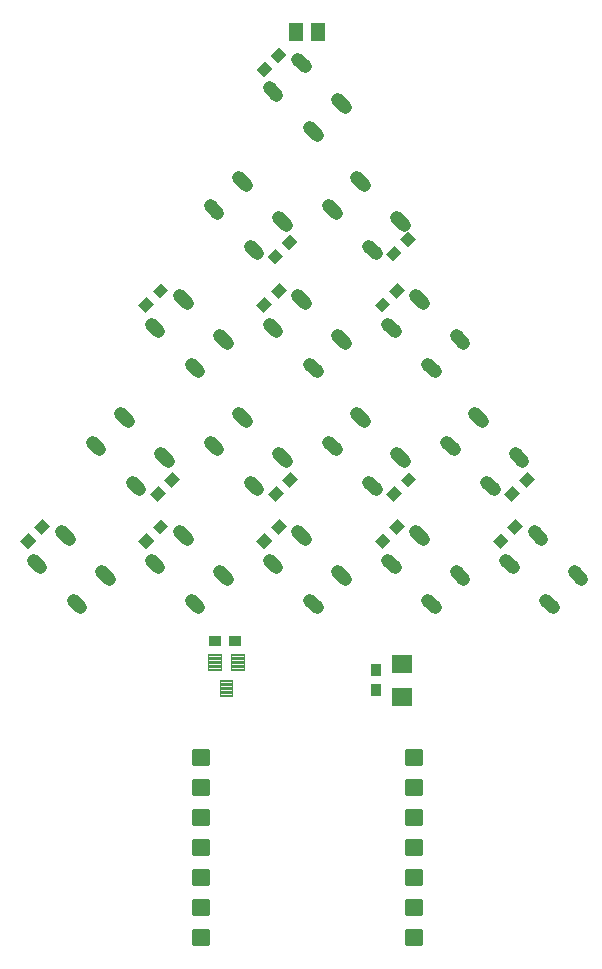
<source format=gtp>
G04 EAGLE Gerber RS-274X export*
G75*
%MOMM*%
%FSLAX34Y34*%
%LPD*%
%INSolderpaste Top*%
%IPPOS*%
%AMOC8*
5,1,8,0,0,1.08239X$1,22.5*%
G01*
%ADD10R,1.300000X1.500000*%
%ADD11C,1.100000*%
%ADD12R,1.000000X0.900000*%
%ADD13R,0.900000X1.000000*%
%ADD14C,0.457200*%
%ADD15C,0.120000*%
%ADD16R,1.800000X1.600000*%


D10*
X309500Y795000D03*
X290500Y795000D03*
D11*
X151769Y414190D02*
X158131Y407828D01*
X182172Y431869D02*
X175810Y438231D01*
X148231Y465810D02*
X141869Y472172D01*
X117828Y448131D02*
X124190Y441769D01*
X198231Y565810D02*
X191869Y572172D01*
X167828Y548131D02*
X174190Y541769D01*
X201769Y514190D02*
X208131Y507828D01*
X232172Y531869D02*
X225810Y538231D01*
X291869Y572172D02*
X298231Y565810D01*
X274190Y541769D02*
X267828Y548131D01*
X301769Y514190D02*
X308131Y507828D01*
X332172Y531869D02*
X325810Y538231D01*
X391869Y572172D02*
X398231Y565810D01*
X374190Y541769D02*
X367828Y548131D01*
X401769Y514190D02*
X408131Y507828D01*
X432172Y531869D02*
X425810Y538231D01*
X358131Y607828D02*
X351769Y614190D01*
X375810Y638231D02*
X382172Y631869D01*
X348231Y665810D02*
X341869Y672172D01*
X317828Y648131D02*
X324190Y641769D01*
X258131Y607828D02*
X251769Y614190D01*
X275810Y638231D02*
X282172Y631869D01*
X248231Y665810D02*
X241869Y672172D01*
X217828Y648131D02*
X224190Y641769D01*
X298231Y765810D02*
X291869Y772172D01*
X267828Y748131D02*
X274190Y741769D01*
X301769Y714190D02*
X308131Y707828D01*
X332172Y731869D02*
X325810Y738231D01*
X91869Y372172D02*
X98231Y365810D01*
X74190Y341769D02*
X67828Y348131D01*
X101769Y314190D02*
X108131Y307828D01*
X132172Y331869D02*
X125810Y338231D01*
X191869Y372172D02*
X198231Y365810D01*
X174190Y341769D02*
X167828Y348131D01*
X201769Y314190D02*
X208131Y307828D01*
X232172Y331869D02*
X225810Y338231D01*
X291869Y372172D02*
X298231Y365810D01*
X274190Y341769D02*
X267828Y348131D01*
X301769Y314190D02*
X308131Y307828D01*
X332172Y331869D02*
X325810Y338231D01*
X391869Y372172D02*
X398231Y365810D01*
X374190Y341769D02*
X367828Y348131D01*
X401769Y314190D02*
X408131Y307828D01*
X432172Y331869D02*
X425810Y338231D01*
X491869Y372172D02*
X498231Y365810D01*
X474190Y341769D02*
X467828Y348131D01*
X501769Y314190D02*
X508131Y307828D01*
X532172Y331869D02*
X525810Y338231D01*
X458131Y407828D02*
X451769Y414190D01*
X475810Y438231D02*
X482172Y431869D01*
X448231Y465810D02*
X441869Y472172D01*
X417828Y448131D02*
X424190Y441769D01*
X358131Y407828D02*
X351769Y414190D01*
X375810Y438231D02*
X382172Y431869D01*
X348231Y465810D02*
X341869Y472172D01*
X317828Y448131D02*
X324190Y441769D01*
X258131Y407828D02*
X251769Y414190D01*
X275810Y438231D02*
X282172Y431869D01*
X248231Y465810D02*
X241869Y472172D01*
X217828Y448131D02*
X224190Y441769D01*
D12*
X222400Y279520D03*
X239400Y279520D03*
G36*
X279293Y415657D02*
X286363Y422727D01*
X292727Y416363D01*
X285657Y409293D01*
X279293Y415657D01*
G37*
G36*
X267273Y403637D02*
X274343Y410707D01*
X280707Y404343D01*
X273637Y397273D01*
X267273Y403637D01*
G37*
G36*
X179293Y415657D02*
X186363Y422727D01*
X192727Y416363D01*
X185657Y409293D01*
X179293Y415657D01*
G37*
G36*
X167273Y403637D02*
X174343Y410707D01*
X180707Y404343D01*
X173637Y397273D01*
X167273Y403637D01*
G37*
G36*
X170707Y564343D02*
X163637Y557273D01*
X157273Y563637D01*
X164343Y570707D01*
X170707Y564343D01*
G37*
G36*
X182727Y576363D02*
X175657Y569293D01*
X169293Y575657D01*
X176363Y582727D01*
X182727Y576363D01*
G37*
G36*
X270707Y564343D02*
X263637Y557273D01*
X257273Y563637D01*
X264343Y570707D01*
X270707Y564343D01*
G37*
G36*
X282727Y576363D02*
X275657Y569293D01*
X269293Y575657D01*
X276363Y582727D01*
X282727Y576363D01*
G37*
G36*
X370707Y564343D02*
X363637Y557273D01*
X357273Y563637D01*
X364343Y570707D01*
X370707Y564343D01*
G37*
G36*
X382727Y576363D02*
X375657Y569293D01*
X369293Y575657D01*
X376363Y582727D01*
X382727Y576363D01*
G37*
G36*
X378813Y619077D02*
X385883Y626147D01*
X392247Y619783D01*
X385177Y612713D01*
X378813Y619077D01*
G37*
G36*
X366793Y607057D02*
X373863Y614127D01*
X380227Y607763D01*
X373157Y600693D01*
X366793Y607057D01*
G37*
G36*
X278273Y616517D02*
X285343Y623587D01*
X291707Y617223D01*
X284637Y610153D01*
X278273Y616517D01*
G37*
G36*
X266253Y604497D02*
X273323Y611567D01*
X279687Y605203D01*
X272617Y598133D01*
X266253Y604497D01*
G37*
G36*
X270507Y763743D02*
X263437Y756673D01*
X257073Y763037D01*
X264143Y770107D01*
X270507Y763743D01*
G37*
G36*
X282527Y775763D02*
X275457Y768693D01*
X269093Y775057D01*
X276163Y782127D01*
X282527Y775763D01*
G37*
D13*
X358790Y237810D03*
X358790Y254810D03*
D12*
G36*
X70707Y364343D02*
X63637Y357273D01*
X57273Y363637D01*
X64343Y370707D01*
X70707Y364343D01*
G37*
G36*
X82727Y376363D02*
X75657Y369293D01*
X69293Y375657D01*
X76363Y382727D01*
X82727Y376363D01*
G37*
G36*
X170707Y364343D02*
X163637Y357273D01*
X157273Y363637D01*
X164343Y370707D01*
X170707Y364343D01*
G37*
G36*
X182727Y376363D02*
X175657Y369293D01*
X169293Y375657D01*
X176363Y382727D01*
X182727Y376363D01*
G37*
G36*
X270707Y364343D02*
X263637Y357273D01*
X257273Y363637D01*
X264343Y370707D01*
X270707Y364343D01*
G37*
G36*
X282727Y376363D02*
X275657Y369293D01*
X269293Y375657D01*
X276363Y382727D01*
X282727Y376363D01*
G37*
G36*
X370707Y364343D02*
X363637Y357273D01*
X357273Y363637D01*
X364343Y370707D01*
X370707Y364343D01*
G37*
G36*
X382727Y376363D02*
X375657Y369293D01*
X369293Y375657D01*
X376363Y382727D01*
X382727Y376363D01*
G37*
G36*
X470707Y364343D02*
X463637Y357273D01*
X457273Y363637D01*
X464343Y370707D01*
X470707Y364343D01*
G37*
G36*
X482727Y376363D02*
X475657Y369293D01*
X469293Y375657D01*
X476363Y382727D01*
X482727Y376363D01*
G37*
G36*
X479293Y415657D02*
X486363Y422727D01*
X492727Y416363D01*
X485657Y409293D01*
X479293Y415657D01*
G37*
G36*
X467273Y403637D02*
X474343Y410707D01*
X480707Y404343D01*
X473637Y397273D01*
X467273Y403637D01*
G37*
G36*
X379293Y415657D02*
X386363Y422727D01*
X392727Y416363D01*
X385657Y409293D01*
X379293Y415657D01*
G37*
G36*
X367273Y403637D02*
X374343Y410707D01*
X380707Y404343D01*
X373637Y397273D01*
X367273Y403637D01*
G37*
D14*
X384836Y34134D02*
X395504Y34134D01*
X395504Y23466D01*
X384836Y23466D01*
X384836Y34134D01*
X384836Y27809D02*
X395504Y27809D01*
X395504Y32152D02*
X384836Y32152D01*
X384836Y59534D02*
X395504Y59534D01*
X395504Y48866D01*
X384836Y48866D01*
X384836Y59534D01*
X384836Y53209D02*
X395504Y53209D01*
X395504Y57552D02*
X384836Y57552D01*
X384836Y84934D02*
X395504Y84934D01*
X395504Y74266D01*
X384836Y74266D01*
X384836Y84934D01*
X384836Y78609D02*
X395504Y78609D01*
X395504Y82952D02*
X384836Y82952D01*
X384836Y110334D02*
X395504Y110334D01*
X395504Y99666D01*
X384836Y99666D01*
X384836Y110334D01*
X384836Y104009D02*
X395504Y104009D01*
X395504Y108352D02*
X384836Y108352D01*
X384836Y135734D02*
X395504Y135734D01*
X395504Y125066D01*
X384836Y125066D01*
X384836Y135734D01*
X384836Y129409D02*
X395504Y129409D01*
X395504Y133752D02*
X384836Y133752D01*
X384836Y161134D02*
X395504Y161134D01*
X395504Y150466D01*
X384836Y150466D01*
X384836Y161134D01*
X384836Y154809D02*
X395504Y154809D01*
X395504Y159152D02*
X384836Y159152D01*
X384836Y186534D02*
X395504Y186534D01*
X395504Y175866D01*
X384836Y175866D01*
X384836Y186534D01*
X384836Y180209D02*
X395504Y180209D01*
X395504Y184552D02*
X384836Y184552D01*
X215164Y186534D02*
X204496Y186534D01*
X215164Y186534D02*
X215164Y175866D01*
X204496Y175866D01*
X204496Y186534D01*
X204496Y180209D02*
X215164Y180209D01*
X215164Y184552D02*
X204496Y184552D01*
X204496Y161134D02*
X215164Y161134D01*
X215164Y150466D01*
X204496Y150466D01*
X204496Y161134D01*
X204496Y154809D02*
X215164Y154809D01*
X215164Y159152D02*
X204496Y159152D01*
X204496Y135734D02*
X215164Y135734D01*
X215164Y125066D01*
X204496Y125066D01*
X204496Y135734D01*
X204496Y129409D02*
X215164Y129409D01*
X215164Y133752D02*
X204496Y133752D01*
X204496Y110334D02*
X215164Y110334D01*
X215164Y99666D01*
X204496Y99666D01*
X204496Y110334D01*
X204496Y104009D02*
X215164Y104009D01*
X215164Y108352D02*
X204496Y108352D01*
X204496Y84934D02*
X215164Y84934D01*
X215164Y74266D01*
X204496Y74266D01*
X204496Y84934D01*
X204496Y78609D02*
X215164Y78609D01*
X215164Y82952D02*
X204496Y82952D01*
X204496Y59534D02*
X215164Y59534D01*
X215164Y48866D01*
X204496Y48866D01*
X204496Y59534D01*
X204496Y53209D02*
X215164Y53209D01*
X215164Y57552D02*
X204496Y57552D01*
X204496Y34134D02*
X215164Y34134D01*
X215164Y23466D01*
X204496Y23466D01*
X204496Y34134D01*
X204496Y27809D02*
X215164Y27809D01*
X215164Y32152D02*
X204496Y32152D01*
D15*
X226150Y246560D02*
X236950Y246560D01*
X236950Y232760D01*
X226150Y232760D01*
X226150Y246560D01*
X226150Y233900D02*
X236950Y233900D01*
X236950Y235040D02*
X226150Y235040D01*
X226150Y236180D02*
X236950Y236180D01*
X236950Y237320D02*
X226150Y237320D01*
X226150Y238460D02*
X236950Y238460D01*
X236950Y239600D02*
X226150Y239600D01*
X226150Y240740D02*
X236950Y240740D01*
X236950Y241880D02*
X226150Y241880D01*
X226150Y243020D02*
X236950Y243020D01*
X236950Y244160D02*
X226150Y244160D01*
X226150Y245300D02*
X236950Y245300D01*
X236950Y246440D02*
X226150Y246440D01*
X227450Y268560D02*
X216650Y268560D01*
X227450Y268560D02*
X227450Y254760D01*
X216650Y254760D01*
X216650Y268560D01*
X216650Y255900D02*
X227450Y255900D01*
X227450Y257040D02*
X216650Y257040D01*
X216650Y258180D02*
X227450Y258180D01*
X227450Y259320D02*
X216650Y259320D01*
X216650Y260460D02*
X227450Y260460D01*
X227450Y261600D02*
X216650Y261600D01*
X216650Y262740D02*
X227450Y262740D01*
X227450Y263880D02*
X216650Y263880D01*
X216650Y265020D02*
X227450Y265020D01*
X227450Y266160D02*
X216650Y266160D01*
X216650Y267300D02*
X227450Y267300D01*
X227450Y268440D02*
X216650Y268440D01*
X235650Y268560D02*
X246450Y268560D01*
X246450Y254760D01*
X235650Y254760D01*
X235650Y268560D01*
X235650Y255900D02*
X246450Y255900D01*
X246450Y257040D02*
X235650Y257040D01*
X235650Y258180D02*
X246450Y258180D01*
X246450Y259320D02*
X235650Y259320D01*
X235650Y260460D02*
X246450Y260460D01*
X246450Y261600D02*
X235650Y261600D01*
X235650Y262740D02*
X246450Y262740D01*
X246450Y263880D02*
X235650Y263880D01*
X235650Y265020D02*
X246450Y265020D01*
X246450Y266160D02*
X235650Y266160D01*
X235650Y267300D02*
X246450Y267300D01*
X246450Y268440D02*
X235650Y268440D01*
D16*
X380600Y232080D03*
X380600Y260080D03*
M02*

</source>
